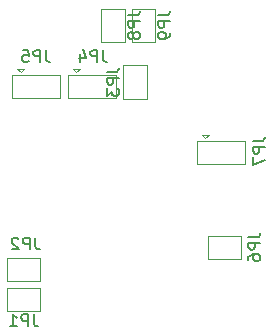
<source format=gbr>
G04 #@! TF.GenerationSoftware,KiCad,Pcbnew,(5.1.5)-2*
G04 #@! TF.CreationDate,2021-03-29T00:27:03+02:00*
G04 #@! TF.ProjectId,Versie1,56657273-6965-4312-9e6b-696361645f70,rev?*
G04 #@! TF.SameCoordinates,Original*
G04 #@! TF.FileFunction,Legend,Bot*
G04 #@! TF.FilePolarity,Positive*
%FSLAX46Y46*%
G04 Gerber Fmt 4.6, Leading zero omitted, Abs format (unit mm)*
G04 Created by KiCad (PCBNEW (5.1.5)-2) date 2021-03-29 00:27:03*
%MOMM*%
%LPD*%
G04 APERTURE LIST*
%ADD10C,0.120000*%
%ADD11C,0.150000*%
G04 APERTURE END LIST*
D10*
X105394000Y-87881000D02*
X103394000Y-87881000D01*
X105394000Y-90681000D02*
X105394000Y-87881000D01*
X103394000Y-90681000D02*
X105394000Y-90681000D01*
X103394000Y-87881000D02*
X103394000Y-90681000D01*
X99441000Y-88462000D02*
X99741000Y-88162000D01*
X99141000Y-88162000D02*
X99741000Y-88162000D01*
X99441000Y-88462000D02*
X99141000Y-88162000D01*
X98691000Y-88662000D02*
X98691000Y-90662000D01*
X102791000Y-88662000D02*
X98691000Y-88662000D01*
X102791000Y-90662000D02*
X102791000Y-88662000D01*
X98691000Y-90662000D02*
X102791000Y-90662000D01*
X93962000Y-90662000D02*
X98062000Y-90662000D01*
X98062000Y-90662000D02*
X98062000Y-88662000D01*
X98062000Y-88662000D02*
X93962000Y-88662000D01*
X93962000Y-88662000D02*
X93962000Y-90662000D01*
X94712000Y-88462000D02*
X94412000Y-88162000D01*
X94412000Y-88162000D02*
X95012000Y-88162000D01*
X94712000Y-88462000D02*
X95012000Y-88162000D01*
X113414000Y-102281500D02*
X110614000Y-102281500D01*
X110614000Y-102281500D02*
X110614000Y-104281500D01*
X110614000Y-104281500D02*
X113414000Y-104281500D01*
X113414000Y-104281500D02*
X113414000Y-102281500D01*
X109613000Y-96250000D02*
X113713000Y-96250000D01*
X113713000Y-96250000D02*
X113713000Y-94250000D01*
X113713000Y-94250000D02*
X109613000Y-94250000D01*
X109613000Y-94250000D02*
X109613000Y-96250000D01*
X110363000Y-94050000D02*
X110063000Y-93750000D01*
X110063000Y-93750000D02*
X110663000Y-93750000D01*
X110363000Y-94050000D02*
X110663000Y-93750000D01*
X93581000Y-108696000D02*
X96381000Y-108696000D01*
X96381000Y-108696000D02*
X96381000Y-106696000D01*
X96381000Y-106696000D02*
X93581000Y-106696000D01*
X93581000Y-106696000D02*
X93581000Y-108696000D01*
X93596000Y-104156000D02*
X93596000Y-106156000D01*
X96396000Y-104156000D02*
X93596000Y-104156000D01*
X96396000Y-106156000D02*
X96396000Y-104156000D01*
X93596000Y-106156000D02*
X96396000Y-106156000D01*
X101565200Y-85870000D02*
X103565200Y-85870000D01*
X101565200Y-83070000D02*
X101565200Y-85870000D01*
X103565200Y-83070000D02*
X101565200Y-83070000D01*
X103565200Y-85870000D02*
X103565200Y-83070000D01*
X106117900Y-85870000D02*
X106117900Y-83070000D01*
X106117900Y-83070000D02*
X104117900Y-83070000D01*
X104117900Y-83070000D02*
X104117900Y-85870000D01*
X104117900Y-85870000D02*
X106117900Y-85870000D01*
D11*
X102046380Y-88447666D02*
X102760666Y-88447666D01*
X102903523Y-88400047D01*
X102998761Y-88304809D01*
X103046380Y-88161952D01*
X103046380Y-88066714D01*
X103046380Y-88923857D02*
X102046380Y-88923857D01*
X102046380Y-89304809D01*
X102094000Y-89400047D01*
X102141619Y-89447666D01*
X102236857Y-89495285D01*
X102379714Y-89495285D01*
X102474952Y-89447666D01*
X102522571Y-89400047D01*
X102570190Y-89304809D01*
X102570190Y-88923857D01*
X102046380Y-89828619D02*
X102046380Y-90447666D01*
X102427333Y-90114333D01*
X102427333Y-90257190D01*
X102474952Y-90352428D01*
X102522571Y-90400047D01*
X102617809Y-90447666D01*
X102855904Y-90447666D01*
X102951142Y-90400047D01*
X102998761Y-90352428D01*
X103046380Y-90257190D01*
X103046380Y-89971476D01*
X102998761Y-89876238D01*
X102951142Y-89828619D01*
X101671333Y-86574380D02*
X101671333Y-87288666D01*
X101718952Y-87431523D01*
X101814190Y-87526761D01*
X101957047Y-87574380D01*
X102052285Y-87574380D01*
X101195142Y-87574380D02*
X101195142Y-86574380D01*
X100814190Y-86574380D01*
X100718952Y-86622000D01*
X100671333Y-86669619D01*
X100623714Y-86764857D01*
X100623714Y-86907714D01*
X100671333Y-87002952D01*
X100718952Y-87050571D01*
X100814190Y-87098190D01*
X101195142Y-87098190D01*
X99766571Y-86907714D02*
X99766571Y-87574380D01*
X100004666Y-86526761D02*
X100242761Y-87241047D01*
X99623714Y-87241047D01*
X96845333Y-86574380D02*
X96845333Y-87288666D01*
X96892952Y-87431523D01*
X96988190Y-87526761D01*
X97131047Y-87574380D01*
X97226285Y-87574380D01*
X96369142Y-87574380D02*
X96369142Y-86574380D01*
X95988190Y-86574380D01*
X95892952Y-86622000D01*
X95845333Y-86669619D01*
X95797714Y-86764857D01*
X95797714Y-86907714D01*
X95845333Y-87002952D01*
X95892952Y-87050571D01*
X95988190Y-87098190D01*
X96369142Y-87098190D01*
X94892952Y-86574380D02*
X95369142Y-86574380D01*
X95416761Y-87050571D01*
X95369142Y-87002952D01*
X95273904Y-86955333D01*
X95035809Y-86955333D01*
X94940571Y-87002952D01*
X94892952Y-87050571D01*
X94845333Y-87145809D01*
X94845333Y-87383904D01*
X94892952Y-87479142D01*
X94940571Y-87526761D01*
X95035809Y-87574380D01*
X95273904Y-87574380D01*
X95369142Y-87526761D01*
X95416761Y-87479142D01*
X114006380Y-102417666D02*
X114720666Y-102417666D01*
X114863523Y-102370047D01*
X114958761Y-102274809D01*
X115006380Y-102131952D01*
X115006380Y-102036714D01*
X115006380Y-102893857D02*
X114006380Y-102893857D01*
X114006380Y-103274809D01*
X114054000Y-103370047D01*
X114101619Y-103417666D01*
X114196857Y-103465285D01*
X114339714Y-103465285D01*
X114434952Y-103417666D01*
X114482571Y-103370047D01*
X114530190Y-103274809D01*
X114530190Y-102893857D01*
X114006380Y-104322428D02*
X114006380Y-104131952D01*
X114054000Y-104036714D01*
X114101619Y-103989095D01*
X114244476Y-103893857D01*
X114434952Y-103846238D01*
X114815904Y-103846238D01*
X114911142Y-103893857D01*
X114958761Y-103941476D01*
X115006380Y-104036714D01*
X115006380Y-104227190D01*
X114958761Y-104322428D01*
X114911142Y-104370047D01*
X114815904Y-104417666D01*
X114577809Y-104417666D01*
X114482571Y-104370047D01*
X114434952Y-104322428D01*
X114387333Y-104227190D01*
X114387333Y-104036714D01*
X114434952Y-103941476D01*
X114482571Y-103893857D01*
X114577809Y-103846238D01*
X114387380Y-94289666D02*
X115101666Y-94289666D01*
X115244523Y-94242047D01*
X115339761Y-94146809D01*
X115387380Y-94003952D01*
X115387380Y-93908714D01*
X115387380Y-94765857D02*
X114387380Y-94765857D01*
X114387380Y-95146809D01*
X114435000Y-95242047D01*
X114482619Y-95289666D01*
X114577857Y-95337285D01*
X114720714Y-95337285D01*
X114815952Y-95289666D01*
X114863571Y-95242047D01*
X114911190Y-95146809D01*
X114911190Y-94765857D01*
X114387380Y-95670619D02*
X114387380Y-96337285D01*
X115387380Y-95908714D01*
X95814333Y-108948380D02*
X95814333Y-109662666D01*
X95861952Y-109805523D01*
X95957190Y-109900761D01*
X96100047Y-109948380D01*
X96195285Y-109948380D01*
X95338142Y-109948380D02*
X95338142Y-108948380D01*
X94957190Y-108948380D01*
X94861952Y-108996000D01*
X94814333Y-109043619D01*
X94766714Y-109138857D01*
X94766714Y-109281714D01*
X94814333Y-109376952D01*
X94861952Y-109424571D01*
X94957190Y-109472190D01*
X95338142Y-109472190D01*
X93814333Y-109948380D02*
X94385761Y-109948380D01*
X94100047Y-109948380D02*
X94100047Y-108948380D01*
X94195285Y-109091238D01*
X94290523Y-109186476D01*
X94385761Y-109234095D01*
X95956333Y-102449380D02*
X95956333Y-103163666D01*
X96003952Y-103306523D01*
X96099190Y-103401761D01*
X96242047Y-103449380D01*
X96337285Y-103449380D01*
X95480142Y-103449380D02*
X95480142Y-102449380D01*
X95099190Y-102449380D01*
X95003952Y-102497000D01*
X94956333Y-102544619D01*
X94908714Y-102639857D01*
X94908714Y-102782714D01*
X94956333Y-102877952D01*
X95003952Y-102925571D01*
X95099190Y-102973190D01*
X95480142Y-102973190D01*
X94527761Y-102544619D02*
X94480142Y-102497000D01*
X94384904Y-102449380D01*
X94146809Y-102449380D01*
X94051571Y-102497000D01*
X94003952Y-102544619D01*
X93956333Y-102639857D01*
X93956333Y-102735095D01*
X94003952Y-102877952D01*
X94575380Y-103449380D01*
X93956333Y-103449380D01*
X103817580Y-83636666D02*
X104531866Y-83636666D01*
X104674723Y-83589047D01*
X104769961Y-83493809D01*
X104817580Y-83350952D01*
X104817580Y-83255714D01*
X104817580Y-84112857D02*
X103817580Y-84112857D01*
X103817580Y-84493809D01*
X103865200Y-84589047D01*
X103912819Y-84636666D01*
X104008057Y-84684285D01*
X104150914Y-84684285D01*
X104246152Y-84636666D01*
X104293771Y-84589047D01*
X104341390Y-84493809D01*
X104341390Y-84112857D01*
X104246152Y-85255714D02*
X104198533Y-85160476D01*
X104150914Y-85112857D01*
X104055676Y-85065238D01*
X104008057Y-85065238D01*
X103912819Y-85112857D01*
X103865200Y-85160476D01*
X103817580Y-85255714D01*
X103817580Y-85446190D01*
X103865200Y-85541428D01*
X103912819Y-85589047D01*
X104008057Y-85636666D01*
X104055676Y-85636666D01*
X104150914Y-85589047D01*
X104198533Y-85541428D01*
X104246152Y-85446190D01*
X104246152Y-85255714D01*
X104293771Y-85160476D01*
X104341390Y-85112857D01*
X104436628Y-85065238D01*
X104627104Y-85065238D01*
X104722342Y-85112857D01*
X104769961Y-85160476D01*
X104817580Y-85255714D01*
X104817580Y-85446190D01*
X104769961Y-85541428D01*
X104722342Y-85589047D01*
X104627104Y-85636666D01*
X104436628Y-85636666D01*
X104341390Y-85589047D01*
X104293771Y-85541428D01*
X104246152Y-85446190D01*
X106370280Y-83636666D02*
X107084566Y-83636666D01*
X107227423Y-83589047D01*
X107322661Y-83493809D01*
X107370280Y-83350952D01*
X107370280Y-83255714D01*
X107370280Y-84112857D02*
X106370280Y-84112857D01*
X106370280Y-84493809D01*
X106417900Y-84589047D01*
X106465519Y-84636666D01*
X106560757Y-84684285D01*
X106703614Y-84684285D01*
X106798852Y-84636666D01*
X106846471Y-84589047D01*
X106894090Y-84493809D01*
X106894090Y-84112857D01*
X107370280Y-85160476D02*
X107370280Y-85350952D01*
X107322661Y-85446190D01*
X107275042Y-85493809D01*
X107132185Y-85589047D01*
X106941709Y-85636666D01*
X106560757Y-85636666D01*
X106465519Y-85589047D01*
X106417900Y-85541428D01*
X106370280Y-85446190D01*
X106370280Y-85255714D01*
X106417900Y-85160476D01*
X106465519Y-85112857D01*
X106560757Y-85065238D01*
X106798852Y-85065238D01*
X106894090Y-85112857D01*
X106941709Y-85160476D01*
X106989328Y-85255714D01*
X106989328Y-85446190D01*
X106941709Y-85541428D01*
X106894090Y-85589047D01*
X106798852Y-85636666D01*
M02*

</source>
